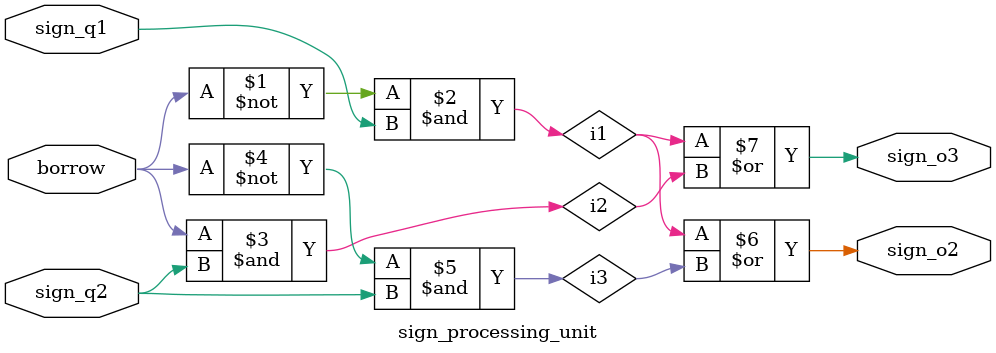
<source format=v>
`timescale 1ns / 1ps


module sign_processing_unit(input sign_q1, sign_q2, borrow, output sign_o2, sign_o3);
wire i1, i2, i3;

assign i1 = (~borrow) & sign_q1;
assign i2 = borrow & sign_q2;
assign i3 = (~borrow) & sign_q2;

assign sign_o2 = i1 | i3;
assign sign_o3 = i1 | i2;

endmodule

</source>
